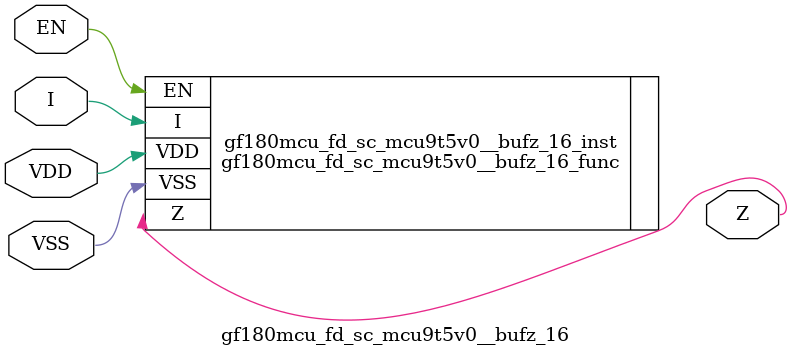
<source format=v>

module gf180mcu_fd_sc_mcu9t5v0__bufz_16( EN, I, Z, VDD, VSS );
input EN, I;
inout VDD, VSS;
output Z;

   `ifdef FUNCTIONAL  //  functional //

	gf180mcu_fd_sc_mcu9t5v0__bufz_16_func gf180mcu_fd_sc_mcu9t5v0__bufz_16_behav_inst(.EN(EN),.I(I),.Z(Z),.VDD(VDD),.VSS(VSS));

   `else

	gf180mcu_fd_sc_mcu9t5v0__bufz_16_func gf180mcu_fd_sc_mcu9t5v0__bufz_16_inst(.EN(EN),.I(I),.Z(Z),.VDD(VDD),.VSS(VSS));

	// spec_gates_begin


	// spec_gates_end



   specify

	// specify_block_begin

	// comb arc EN --> Z
	 (EN => Z) = (1.0,1.0);

	// comb arc I --> Z
	 (I => Z) = (1.0,1.0);

	// specify_block_end

   endspecify

   `endif

endmodule

</source>
